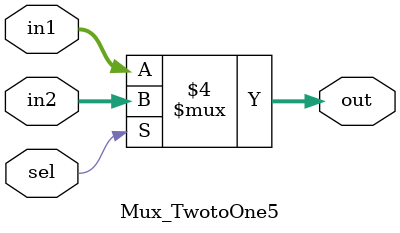
<source format=v>
`timescale 1ns / 1ps


module Mux_TwotoOne5(sel,in1,in2,out);
	 input  sel;        // sel=0£¬Ñ¡Ôñin1Êä³ö£¬·ñÔòÑ¡Ôñin2Êä³ö
	 input  [4:0]  in1;
	 input  [4:0]  in2;
	 output  reg  [4:0]  out;
	 
	 always@( in1 or in2 or sel) begin
		if( sel== 0 )
			out =in1;        
		else
			out = in2;      
	 end

endmodule

</source>
